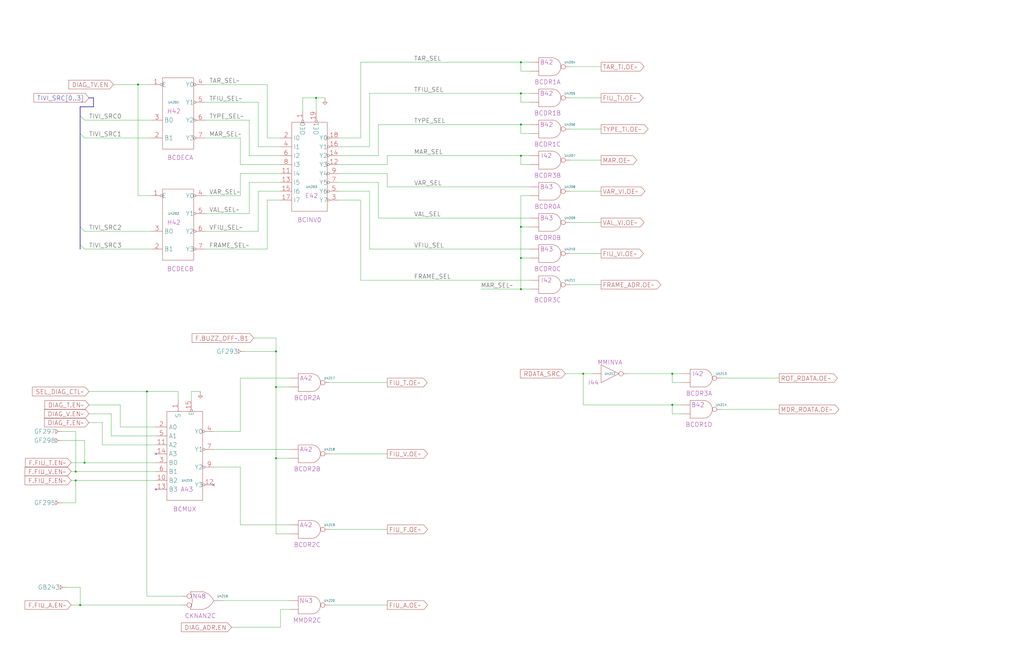
<source format=kicad_sch>
(kicad_sch (version 20211123) (generator eeschema)
  (paper "User" 584.2 378.46)
  (title_block (title "BUS CONTROL") (date "20-MAR-90") (rev "1.0") (comment 1 "FIU") (comment 2 "232-003065") (comment 3 "S400") (comment 4 "RELEASED"))
  (lib_symbols
    (symbol "r1000:F00" (pin_numbers hide) (pin_names hide)
      (property "Reference" "U" (at 15.24 0 0))
      (property "Value" "F00" (at 1.905 -5.08 0))
      (property "Location" "___" (at 1.905 0 0))
      (property "Name" "______" (at 2.54 -12.7 0))
      (symbol "F00_0_1"
        (polyline (pts (xy -2.54 -7.62) (xy 5.08 -7.62)) (stroke (width 0.1524)))
        (polyline (pts (xy -2.54 2.54) (xy -2.54 -7.62)) (stroke (width 0.1524)))
        (polyline (pts (xy -2.54 2.54) (xy 5.08 2.54)) (stroke (width 0.1524)))
        (arc (start 5.08 -7.62) (mid 10.1282 -2.54) (end 5.08 2.54) (stroke (width 0.1524)))
        (circle (center 11.43 -2.54) (radius 1.27) (stroke (width 0.1524)))
      )
      (symbol "F00_0_2"
        (circle (center -3.81 -5.08) (radius 1.27) (stroke (width 0.1524)))
        (circle (center -3.81 0) (radius 1.27) (stroke (width 0.1524)))
        (arc (start -3.175 -7.62) (mid -2.134 -2.54) (end -3.175 2.54) (stroke (width 0.1524)))
        (polyline (pts (xy -3.175 -7.62) (xy 3.81 -7.62)) (stroke (width 0.1524)))
        (polyline (pts (xy -3.175 2.54) (xy 3.81 2.54)) (stroke (width 0.1524)))
        (arc (start 3.81 -7.62) (mid 7.5855 -5.8306) (end 10.16 -2.54) (stroke (width 0.1524)))
        (arc (start 10.16 -2.54) (mid 7.5827 0.7471) (end 3.81 2.54) (stroke (width 0.1524)))
      )
      (symbol "F00_1_1"
        (pin input line (at -7.62 0 0) (length 5.08) (name "D0") (number "1"))
        (pin input line (at -7.62 -5.08 0) (length 5.08) (name "D1") (number "2"))
        (pin output line (at 15.24 -2.54 180) (length 2.54) (name "Q") (number "3"))
      )
      (symbol "F00_1_2"
        (pin input line (at -7.62 0 0) (length 2.54) (name "D0") (number "1"))
        (pin input line (at -7.62 -5.08 0) (length 2.54) (name "D1") (number "2"))
        (pin output line (at 15.24 -2.54 180) (length 5.08) (name "Q") (number "3"))
      )
    )
    (symbol "r1000:F04" (pin_numbers hide) (pin_names hide)
      (property "Reference" "U" (at 0 0 0))
      (property "Value" "F04" (at 1.27 -5.08 0))
      (property "Location" "___" (at -12.7 -5.08 0))
      (property "Name" "______" (at 0 5.08 0))
      (symbol "F04_0_1"
        (polyline (pts (xy -7.62 0) (xy -5.08 0)) (stroke (width 0.1524)))
        (polyline (pts (xy -5.08 5.08) (xy -5.08 -5.08)) (stroke (width 0.1524)))
        (polyline (pts (xy 5.08 0) (xy -5.08 -5.08)) (stroke (width 0.1524)))
        (polyline (pts (xy 5.08 0) (xy -5.08 5.08)) (stroke (width 0.1524)))
        (circle (center 6.35 0) (radius 1.27) (stroke (width 0.1524)))
      )
      (symbol "F04_1_1"
        (pin input line (at -10.16 0 0) (length 2.54) (name "D0") (number "1"))
        (pin output line (at 10.16 0 180) (length 2.54) (name "Q") (number "2"))
      )
    )
    (symbol "r1000:F139" (pin_names (offset 1.016))
      (property "Reference" "U" (at 2.54 5.08 0))
      (property "Value" "F139" (at -1.27 -20.32 0))
      (property "Location" "___" (at -1.27 0 0))
      (property "Name" "______" (at 6.35 -27.94 0))
      (symbol "F139_1_1"
        (circle (center -4.445 15.24) (radius 0.635))
        (rectangle (start -3.81 19.05) (end 13.97 -21.59))
        (circle (center 14.605 -15.24) (radius 0.635))
        (circle (center 14.605 -5.08) (radius 0.635))
        (circle (center 14.605 5.08) (radius 0.635))
        (circle (center 14.605 15.24) (radius 0.635))
        (pin input line (at -10.16 15.24 0) (length 5.08) (name "E") (number "1"))
        (pin input line (at -10.16 -15.24 0) (length 6.35) (name "B1") (number "2"))
        (pin input line (at -10.16 -5.08 0) (length 6.35) (name "B0") (number "3"))
        (pin output line (at 20.32 15.24 180) (length 5.08) (name "Y0") (number "4"))
        (pin output line (at 20.32 5.08 180) (length 5.08) (name "Y1") (number "5"))
        (pin output line (at 20.32 -5.08 180) (length 5.08) (name "Y2") (number "6"))
        (pin output line (at 20.32 -15.24 180) (length 5.08) (name "Y3") (number "7"))
      )
    )
    (symbol "r1000:F158" (pin_names (offset 1.016))
      (property "Reference" "U" (at 2.54 5.08 0))
      (property "Value" "F158" (at -3.81 -5.08 0))
      (property "Location" "___" (at -1.27 0 0))
      (property "Name" "______" (at 1.27 -12.7 0))
      (symbol "F158_1_1"
        (rectangle (start -8.89 44.45) (end 11.43 -6.35))
        (circle (center 5.08 45.085) (radius 0.635))
        (circle (center 12.065 2.54) (radius 0.635))
        (circle (center 12.065 12.7) (radius 0.635))
        (circle (center 12.065 22.86) (radius 0.635))
        (circle (center 12.065 33.02) (radius 0.635))
        (pin input line (at -2.54 50.8 270) (length 6.35) (name "S") (number "1"))
        (pin input line (at -15.24 5.08 0) (length 6.35) (name "B2") (number "10"))
        (pin input line (at -15.24 25.4 0) (length 6.35) (name "A2") (number "11"))
        (pin output line (at 17.78 2.54 180) (length 5.08) (name "Y3") (number "12"))
        (pin input line (at -15.24 0 0) (length 6.35) (name "B3") (number "13"))
        (pin input line (at -15.24 20.32 0) (length 6.35) (name "A3") (number "14"))
        (pin input line (at 5.08 50.8 270) (length 5.08) (name "E") (number "15"))
        (pin input line (at -15.24 35.56 0) (length 6.35) (name "A0") (number "2"))
        (pin input line (at -15.24 15.24 0) (length 6.35) (name "B0") (number "3"))
        (pin output line (at 17.78 33.02 180) (length 5.08) (name "Y0") (number "4"))
        (pin input line (at -15.24 30.48 0) (length 6.35) (name "A1") (number "5"))
        (pin input line (at -15.24 10.16 0) (length 6.35) (name "B1") (number "6"))
        (pin output line (at 17.78 22.86 180) (length 5.08) (name "Y1") (number "7"))
        (pin output line (at 17.78 12.7 180) (length 5.08) (name "Y2") (number "9"))
      )
    )
    (symbol "r1000:F240" (pin_names (offset 1.016))
      (property "Reference" "U" (at 2.54 5.08 0))
      (property "Value" "F240" (at -3.81 -7.62 0))
      (property "Location" "___" (at -1.27 0 0))
      (property "Name" "______" (at 1.27 -15.24 0))
      (symbol "F240_1_1"
        (rectangle (start -8.89 41.91) (end 11.43 -8.89))
        (circle (center -2.54 42.545) (radius 0.635))
        (circle (center 5.08 42.545) (radius 0.635))
        (circle (center 12.065 -2.54) (radius 0.635))
        (circle (center 12.065 2.54) (radius 0.635))
        (circle (center 12.065 7.62) (radius 0.635))
        (circle (center 12.065 12.7) (radius 0.635))
        (circle (center 12.065 17.78) (radius 0.635))
        (circle (center 12.065 22.86) (radius 0.635))
        (circle (center 12.065 27.94) (radius 0.635))
        (circle (center 12.065 33.02) (radius 0.635))
        (pin input line (at -2.54 48.26 270) (length 5.08) (name "OE0") (number "1"))
        (pin input line (at -15.24 12.7 0) (length 6.35) (name "I4") (number "11"))
        (pin tri_state line (at 17.78 17.78 180) (length 5.08) (name "Y3") (number "12"))
        (pin input line (at -15.24 7.62 0) (length 6.35) (name "I5") (number "13"))
        (pin tri_state line (at 17.78 22.86 180) (length 5.08) (name "Y2") (number "14"))
        (pin input line (at -15.24 2.54 0) (length 6.35) (name "I6") (number "15"))
        (pin tri_state line (at 17.78 27.94 180) (length 5.08) (name "Y1") (number "16"))
        (pin input line (at -15.24 -2.54 0) (length 6.35) (name "I7") (number "17"))
        (pin tri_state line (at 17.78 33.02 180) (length 5.08) (name "Y0") (number "18"))
        (pin input line (at 5.08 48.26 270) (length 5.08) (name "OE1") (number "19"))
        (pin input line (at -15.24 33.02 0) (length 6.35) (name "I0") (number "2"))
        (pin tri_state line (at 17.78 -2.54 180) (length 5.08) (name "Y7") (number "3"))
        (pin input line (at -15.24 27.94 0) (length 6.35) (name "I1") (number "4"))
        (pin tri_state line (at 17.78 2.54 180) (length 5.08) (name "Y6") (number "5"))
        (pin input line (at -15.24 22.86 0) (length 6.35) (name "I2") (number "6"))
        (pin tri_state line (at 17.78 7.62 180) (length 5.08) (name "Y5") (number "7"))
        (pin input line (at -15.24 17.78 0) (length 6.35) (name "I3") (number "8"))
        (pin tri_state line (at 17.78 12.7 180) (length 5.08) (name "Y4") (number "9"))
      )
    )
    (symbol "r1000:F37" (pin_numbers hide) (pin_names (offset 0) hide)
      (property "Reference" "U" (at 15.24 0 0))
      (property "Value" "F37" (at 1.905 -5.08 0))
      (property "Location" "___" (at 1.905 0 0))
      (property "Name" "______" (at 2.54 -12.7 0))
      (symbol "F37_0_1"
        (polyline (pts (xy -2.54 -7.62) (xy 5.08 -7.62)) (stroke (width 0.1524)))
        (polyline (pts (xy -2.54 2.54) (xy -2.54 -7.62)) (stroke (width 0.1524)))
        (polyline (pts (xy -2.54 2.54) (xy 5.08 2.54)) (stroke (width 0.1524)))
        (arc (start 5.08 -7.62) (mid 10.1282 -2.54) (end 5.08 2.54) (stroke (width 0.1524)))
        (circle (center 11.43 -2.54) (radius 1.27) (stroke (width 0.1524)))
      )
      (symbol "F37_0_2"
        (circle (center -3.81 -5.08) (radius 1.27) (stroke (width 0.1524)))
        (circle (center -3.81 0) (radius 1.27) (stroke (width 0.1524)))
        (arc (start -3.175 -7.62) (mid -2.134 -2.54) (end -3.175 2.54) (stroke (width 0.1524)))
        (polyline (pts (xy -3.175 -7.62) (xy 3.81 -7.62)) (stroke (width 0.1524)))
        (polyline (pts (xy -3.175 2.54) (xy 3.81 2.54)) (stroke (width 0.1524)))
        (arc (start 3.81 -7.62) (mid 7.5855 -5.8306) (end 10.16 -2.54) (stroke (width 0.1524)))
        (arc (start 10.16 -2.54) (mid 7.5827 0.7471) (end 3.81 2.54) (stroke (width 0.1524)))
      )
      (symbol "F37_1_1"
        (pin input line (at -7.62 0 0) (length 5.08) (name "D0") (number "1"))
        (pin input line (at -7.62 -5.08 0) (length 5.08) (name "D1") (number "2"))
        (pin output line (at 15.24 -2.54 180) (length 2.54) (name "Q") (number "3"))
      )
      (symbol "F37_1_2"
        (pin input line (at -7.62 0 0) (length 2.54) (name "D0") (number "1"))
        (pin input line (at -7.62 -5.08 0) (length 2.54) (name "D1") (number "2"))
        (pin output line (at 15.24 -2.54 180) (length 5.08) (name "Q") (number "3"))
      )
    )
    (symbol "r1000:GB" (pin_numbers hide) (pin_names (offset 0) hide)
      (property "Reference" "GB" (at 3.81 0 0))
      (symbol "GB_0_1"
        (polyline (pts (xy 2.54 0) (xy 3.81 1.27) (xy 3.81 -1.27) (xy 2.54 0)) (stroke (width 0.1524)))
      )
      (symbol "GB_1_1"
        (pin bidirectional line (at 0 0 0) (length 2.54) (name "") (number "1"))
      )
    )
    (symbol "r1000:GF" (pin_numbers hide) (pin_names (offset 0) hide)
      (property "Reference" "GF" (at 3.81 0 0))
      (symbol "GF_0_1"
        (polyline (pts (xy 2.54 0) (xy 3.81 1.27) (xy 3.81 -1.27) (xy 2.54 0)) (stroke (width 0.1524)))
      )
      (symbol "GF_1_1"
        (pin bidirectional line (at 0 0 0) (length 2.54) (name "") (number "1"))
      )
    )
    (symbol "r1000:PD" (power) (pin_numbers hide) (pin_names hide) (in_bom no)
      (symbol "PD_0_1"
        (polyline (pts (xy 0 -2.54) (xy 1.27 -2.54) (xy 0 -3.81) (xy -1.27 -2.54) (xy 0 -2.54)) (stroke (width 0.1524)))
      )
      (symbol "PD_1_1"
        (pin power_in line (at 0 0 270) (length 2.54) (name "PD") (number "1"))
      )
    )
  )
  (bus (pts (xy 45.72 129.54) (xy 45.72 139.7)))
  (bus (pts (xy 45.72 139.7) (xy 45.72 142.24)))
  (bus (pts (xy 45.72 60.96) (xy 45.72 66.04)))
  (bus (pts (xy 45.72 66.04) (xy 45.72 76.2)))
  (bus (pts (xy 45.72 76.2) (xy 45.72 129.54)))
  (bus (pts (xy 50.8 55.88) (xy 53.34 55.88)))
  (bus (pts (xy 53.34 55.88) (xy 53.34 60.96)))
  (bus (pts (xy 53.34 60.96) (xy 45.72 60.96)))
  (wire (pts (xy 101.6 223.52) (xy 83.82 223.52)))
  (wire (pts (xy 101.6 228.6) (xy 101.6 223.52)))
  (wire (pts (xy 104.14 340.36) (xy 83.82 340.36)))
  (wire (pts (xy 109.22 223.52) (xy 114.3 223.52)))
  (wire (pts (xy 109.22 228.6) (xy 109.22 223.52)))
  (wire (pts (xy 116.84 111.76) (xy 137.16 111.76)))
  (wire (pts (xy 116.84 121.92) (xy 142.24 121.92)))
  (wire (pts (xy 116.84 132.08) (xy 147.32 132.08)))
  (wire (pts (xy 116.84 142.24) (xy 152.4 142.24)))
  (wire (pts (xy 116.84 48.26) (xy 152.4 48.26)))
  (wire (pts (xy 116.84 58.42) (xy 147.32 58.42)))
  (wire (pts (xy 116.84 68.58) (xy 142.24 68.58)))
  (wire (pts (xy 116.84 78.74) (xy 137.16 78.74)))
  (wire (pts (xy 121.92 256.54) (xy 165.1 256.54)))
  (wire (pts (xy 127 342.9) (xy 165.1 342.9)))
  (wire (pts (xy 137.16 111.76) (xy 137.16 99.06)))
  (wire (pts (xy 137.16 215.9) (xy 137.16 246.38)))
  (wire (pts (xy 137.16 246.38) (xy 121.92 246.38)))
  (wire (pts (xy 137.16 266.7) (xy 121.92 266.7)))
  (wire (pts (xy 137.16 299.72) (xy 137.16 266.7)))
  (wire (pts (xy 137.16 78.74) (xy 137.16 93.98)))
  (wire (pts (xy 137.16 93.98) (xy 160.02 93.98)))
  (wire (pts (xy 137.16 99.06) (xy 160.02 99.06)))
  (wire (pts (xy 139.7 200.66) (xy 157.48 200.66)))
  (wire (pts (xy 142.24 104.14) (xy 160.02 104.14)))
  (wire (pts (xy 142.24 121.92) (xy 142.24 104.14)))
  (wire (pts (xy 142.24 68.58) (xy 142.24 88.9)))
  (wire (pts (xy 142.24 88.9) (xy 160.02 88.9)))
  (wire (pts (xy 144.78 193.04) (xy 157.48 193.04)))
  (wire (pts (xy 147.32 109.22) (xy 160.02 109.22)))
  (wire (pts (xy 147.32 132.08) (xy 147.32 109.22)))
  (wire (pts (xy 147.32 58.42) (xy 147.32 83.82)))
  (wire (pts (xy 147.32 83.82) (xy 160.02 83.82)))
  (wire (pts (xy 152.4 114.3) (xy 160.02 114.3)))
  (wire (pts (xy 152.4 142.24) (xy 152.4 114.3)))
  (wire (pts (xy 152.4 48.26) (xy 152.4 78.74)))
  (wire (pts (xy 152.4 78.74) (xy 160.02 78.74)))
  (wire (pts (xy 157.48 200.66) (xy 157.48 193.04)))
  (wire (pts (xy 157.48 220.98) (xy 157.48 200.66)))
  (wire (pts (xy 157.48 220.98) (xy 165.1 220.98)))
  (wire (pts (xy 157.48 261.62) (xy 157.48 220.98)))
  (wire (pts (xy 157.48 261.62) (xy 165.1 261.62)))
  (wire (pts (xy 157.48 304.8) (xy 157.48 261.62)))
  (wire (pts (xy 160.02 347.98) (xy 160.02 358.14)))
  (wire (pts (xy 160.02 358.14) (xy 132.08 358.14)))
  (wire (pts (xy 165.1 215.9) (xy 137.16 215.9)))
  (wire (pts (xy 165.1 299.72) (xy 137.16 299.72)))
  (wire (pts (xy 165.1 304.8) (xy 157.48 304.8)))
  (wire (pts (xy 165.1 347.98) (xy 160.02 347.98)))
  (wire (pts (xy 172.72 55.88) (xy 180.34 55.88)))
  (wire (pts (xy 172.72 63.5) (xy 172.72 55.88)))
  (wire (pts (xy 180.34 55.88) (xy 185.42 55.88)))
  (wire (pts (xy 180.34 63.5) (xy 180.34 55.88)))
  (wire (pts (xy 187.96 218.44) (xy 220.98 218.44)))
  (wire (pts (xy 187.96 259.08) (xy 220.98 259.08)))
  (wire (pts (xy 187.96 302.26) (xy 220.98 302.26)))
  (wire (pts (xy 187.96 345.44) (xy 220.98 345.44)))
  (wire (pts (xy 193.04 104.14) (xy 215.9 104.14)))
  (wire (pts (xy 193.04 109.22) (xy 210.82 109.22)))
  (wire (pts (xy 193.04 114.3) (xy 205.74 114.3)))
  (wire (pts (xy 193.04 78.74) (xy 205.74 78.74)))
  (wire (pts (xy 193.04 83.82) (xy 210.82 83.82)))
  (wire (pts (xy 193.04 88.9) (xy 215.9 88.9)))
  (wire (pts (xy 193.04 93.98) (xy 220.98 93.98)))
  (wire (pts (xy 193.04 99.06) (xy 220.98 99.06)))
  (wire (pts (xy 205.74 114.3) (xy 205.74 160.02)))
  (wire (pts (xy 205.74 160.02) (xy 302.26 160.02)))
  (wire (pts (xy 205.74 35.56) (xy 297.18 35.56)))
  (wire (pts (xy 205.74 78.74) (xy 205.74 35.56)))
  (wire (pts (xy 210.82 109.22) (xy 210.82 142.24)))
  (wire (pts (xy 210.82 142.24) (xy 302.26 142.24)))
  (wire (pts (xy 210.82 53.34) (xy 297.18 53.34)))
  (wire (pts (xy 210.82 83.82) (xy 210.82 53.34)))
  (wire (pts (xy 215.9 104.14) (xy 215.9 124.46)))
  (wire (pts (xy 215.9 124.46) (xy 302.26 124.46)))
  (wire (pts (xy 215.9 71.12) (xy 297.18 71.12)))
  (wire (pts (xy 215.9 88.9) (xy 215.9 71.12)))
  (wire (pts (xy 220.98 106.68) (xy 302.26 106.68)))
  (wire (pts (xy 220.98 88.9) (xy 297.18 88.9)))
  (wire (pts (xy 220.98 93.98) (xy 220.98 88.9)))
  (wire (pts (xy 220.98 99.06) (xy 220.98 106.68)))
  (wire (pts (xy 274.32 165.1) (xy 297.18 165.1)))
  (wire (pts (xy 297.18 111.76) (xy 297.18 129.54)))
  (wire (pts (xy 297.18 129.54) (xy 297.18 147.32)))
  (wire (pts (xy 297.18 129.54) (xy 302.26 129.54)))
  (wire (pts (xy 297.18 147.32) (xy 297.18 165.1)))
  (wire (pts (xy 297.18 147.32) (xy 302.26 147.32)))
  (wire (pts (xy 297.18 165.1) (xy 302.26 165.1)))
  (wire (pts (xy 297.18 35.56) (xy 302.26 35.56)))
  (wire (pts (xy 297.18 40.64) (xy 297.18 35.56)))
  (wire (pts (xy 297.18 53.34) (xy 302.26 53.34)))
  (wire (pts (xy 297.18 58.42) (xy 297.18 53.34)))
  (wire (pts (xy 297.18 71.12) (xy 302.26 71.12)))
  (wire (pts (xy 297.18 76.2) (xy 297.18 71.12)))
  (wire (pts (xy 297.18 88.9) (xy 302.26 88.9)))
  (wire (pts (xy 297.18 93.98) (xy 297.18 88.9)))
  (wire (pts (xy 302.26 111.76) (xy 297.18 111.76)))
  (wire (pts (xy 302.26 40.64) (xy 297.18 40.64)))
  (wire (pts (xy 302.26 58.42) (xy 297.18 58.42)))
  (wire (pts (xy 302.26 76.2) (xy 297.18 76.2)))
  (wire (pts (xy 302.26 93.98) (xy 297.18 93.98)))
  (wire (pts (xy 322.58 213.36) (xy 332.74 213.36)))
  (wire (pts (xy 325.12 109.22) (xy 342.9 109.22)))
  (wire (pts (xy 325.12 127) (xy 342.9 127)))
  (wire (pts (xy 325.12 144.78) (xy 342.9 144.78)))
  (wire (pts (xy 325.12 162.56) (xy 342.9 162.56)))
  (wire (pts (xy 325.12 38.1) (xy 342.9 38.1)))
  (wire (pts (xy 325.12 55.88) (xy 342.9 55.88)))
  (wire (pts (xy 325.12 73.66) (xy 342.9 73.66)))
  (wire (pts (xy 325.12 91.44) (xy 342.9 91.44)))
  (wire (pts (xy 332.74 213.36) (xy 337.82 213.36)))
  (wire (pts (xy 332.74 231.14) (xy 332.74 213.36)))
  (wire (pts (xy 35.56 246.38) (xy 43.18 246.38)))
  (wire (pts (xy 35.56 251.46) (xy 48.26 251.46)))
  (wire (pts (xy 35.56 287.02) (xy 43.18 287.02)))
  (wire (pts (xy 358.14 213.36) (xy 383.54 213.36)))
  (wire (pts (xy 38.1 335.28) (xy 45.72 335.28)))
  (wire (pts (xy 383.54 213.36) (xy 388.62 213.36)))
  (wire (pts (xy 383.54 218.44) (xy 383.54 213.36)))
  (wire (pts (xy 383.54 231.14) (xy 332.74 231.14)))
  (wire (pts (xy 383.54 236.22) (xy 383.54 231.14)))
  (wire (pts (xy 388.62 218.44) (xy 383.54 218.44)))
  (wire (pts (xy 388.62 231.14) (xy 383.54 231.14)))
  (wire (pts (xy 388.62 236.22) (xy 383.54 236.22)))
  (wire (pts (xy 40.64 264.16) (xy 48.26 264.16)))
  (wire (pts (xy 40.64 269.24) (xy 43.18 269.24)))
  (wire (pts (xy 40.64 274.32) (xy 43.18 274.32)))
  (wire (pts (xy 40.64 345.44) (xy 45.72 345.44)))
  (wire (pts (xy 411.48 215.9) (xy 444.5 215.9)))
  (wire (pts (xy 411.48 233.68) (xy 444.5 233.68)))
  (wire (pts (xy 43.18 246.38) (xy 43.18 269.24)))
  (wire (pts (xy 43.18 269.24) (xy 88.9 269.24)))
  (wire (pts (xy 43.18 274.32) (xy 88.9 274.32)))
  (wire (pts (xy 43.18 287.02) (xy 43.18 274.32)))
  (wire (pts (xy 45.72 335.28) (xy 45.72 345.44)))
  (wire (pts (xy 45.72 345.44) (xy 104.14 345.44)))
  (wire (pts (xy 48.26 132.08) (xy 86.36 132.08)))
  (wire (pts (xy 48.26 142.24) (xy 86.36 142.24)))
  (wire (pts (xy 48.26 251.46) (xy 48.26 264.16)))
  (wire (pts (xy 48.26 264.16) (xy 88.9 264.16)))
  (wire (pts (xy 48.26 68.58) (xy 86.36 68.58)))
  (wire (pts (xy 48.26 78.74) (xy 86.36 78.74)))
  (wire (pts (xy 50.8 236.22) (xy 63.5 236.22)))
  (wire (pts (xy 58.42 241.3) (xy 50.8 241.3)))
  (wire (pts (xy 58.42 254) (xy 58.42 241.3)))
  (wire (pts (xy 63.5 248.92) (xy 63.5 236.22)))
  (wire (pts (xy 64.77 48.26) (xy 78.74 48.26)))
  (wire (pts (xy 68.58 231.14) (xy 50.8 231.14)))
  (wire (pts (xy 68.58 243.84) (xy 68.58 231.14)))
  (wire (pts (xy 78.74 111.76) (xy 78.74 48.26)))
  (wire (pts (xy 78.74 48.26) (xy 86.36 48.26)))
  (wire (pts (xy 83.82 223.52) (xy 50.8 223.52)))
  (wire (pts (xy 83.82 340.36) (xy 83.82 223.52)))
  (wire (pts (xy 86.36 111.76) (xy 78.74 111.76)))
  (wire (pts (xy 88.9 243.84) (xy 68.58 243.84)))
  (wire (pts (xy 88.9 248.92) (xy 63.5 248.92)))
  (wire (pts (xy 88.9 254) (xy 58.42 254)))
  (symbol (lib_id "r1000:GF") (at 35.56 246.38 0) (mirror y) (unit 1)
    (property "Reference" "GF297" (at 31.75 246.38 0) (effects (font (size 2.54 2.54)) (justify left)))
  )
  (symbol (lib_id "r1000:GF") (at 35.56 251.46 0) (mirror y) (unit 1)
    (property "Reference" "GF298" (at 31.75 251.46 0) (effects (font (size 2.54 2.54)) (justify left)))
  )
  (symbol (lib_id "r1000:GF") (at 35.56 287.02 0) (mirror y) (unit 1)
    (property "Reference" "GF295" (at 31.75 287.02 0) (effects (font (size 2.54 2.54)) (justify left)))
  )
  (symbol (lib_id "r1000:GB") (at 38.1 335.28 0) (mirror y) (unit 1)
    (property "Reference" "GB243" (at 34.29 335.28 0) (effects (font (size 2.54 2.54)) (justify left)))
  )
  (global_label "F.FIU_T.EN~" (shape input) (at 40.64 264.16 180) (effects (font (size 2.54 2.54))) (property "Intersheet References" "${INTERSHEET_REFS}" (at 14.5264 264.0013 0) (effects (font (size 2.54 2.54)) (justify right))))
  (global_label "F.FIU_V.EN~" (shape input) (at 40.64 269.24 180) (effects (font (size 2.54 2.54))) (property "Intersheet References" "${INTERSHEET_REFS}" (at 14.2845 269.0813 0) (effects (font (size 2.54 2.54)) (justify right))))
  (global_label "F.FIU_F.EN~" (shape input) (at 40.64 274.32 180) (effects (font (size 2.54 2.54))) (property "Intersheet References" "${INTERSHEET_REFS}" (at 14.2845 274.1613 0) (effects (font (size 2.54 2.54)) (justify right))))
  (global_label "F.FIU_A.EN~" (shape input) (at 40.64 345.44 180) (effects (font (size 2.54 2.54))) (property "Intersheet References" "${INTERSHEET_REFS}" (at 14.2845 345.2813 0) (effects (font (size 2.54 2.54)) (justify right))))
  (junction (at 43.18 269.24))
  (junction (at 43.18 274.32))
  (bus_entry (at 45.72 66.04) (size 2.54 2.54))
  (bus_entry (at 45.72 76.2) (size 2.54 2.54))
  (bus_entry (at 45.72 129.54) (size 2.54 2.54))
  (bus_entry (at 45.72 139.7) (size 2.54 2.54))
  (junction (at 45.72 345.44))
  (junction (at 48.26 264.16))
  (global_label "TIVI_SRC[0..3]" (shape input) (at 50.8 55.88 180) (effects (font (size 2.54 2.54))) (property "Intersheet References" "${INTERSHEET_REFS}" (at 19.3645 55.7213 0) (effects (font (size 2.54 2.54)) (justify right))))
  (label "TIVI_SRC0" (at 50.8 68.58 0) (effects (font (size 2.54 2.54))))
  (label "TIVI_SRC1" (at 50.8 78.74 0) (effects (font (size 2.54 2.54))))
  (label "TIVI_SRC2" (at 50.8 132.08 0) (effects (font (size 2.54 2.54))))
  (label "TIVI_SRC3" (at 50.8 142.24 0) (effects (font (size 2.54 2.54))))
  (global_label "SEL_DIAG_CTL~" (shape input) (at 50.8 223.52 180) (effects (font (size 2.54 2.54))) (property "Intersheet References" "${INTERSHEET_REFS}" (at 18.5178 223.3613 0) (effects (font (size 2.54 2.54)) (justify right))))
  (global_label "DIAG_T.EN~" (shape input) (at 50.8 231.14 180) (effects (font (size 2.54 2.54))) (property "Intersheet References" "${INTERSHEET_REFS}" (at 25.654 230.9813 0) (effects (font (size 2.54 2.54)) (justify right))))
  (global_label "DIAG_V.EN~" (shape input) (at 50.8 236.22 180) (effects (font (size 2.54 2.54))) (property "Intersheet References" "${INTERSHEET_REFS}" (at 25.4121 236.0613 0) (effects (font (size 2.54 2.54)) (justify right))))
  (global_label "DIAG_F.EN~" (shape input) (at 50.8 241.3 180) (effects (font (size 2.54 2.54))) (property "Intersheet References" "${INTERSHEET_REFS}" (at 25.4121 241.1413 0) (effects (font (size 2.54 2.54)) (justify right))))
  (global_label "DIAG_TV.EN" (shape input) (at 64.77 48.26 180) (effects (font (size 2.54 2.54))) (property "Intersheet References" "${INTERSHEET_REFS}" (at 39.2611 48.1013 0) (effects (font (size 2.54 2.54)) (justify right))))
  (junction (at 78.74 48.26))
  (junction (at 83.82 223.52))
  (no_connect (at 88.9 259.08))
  (no_connect (at 88.9 279.4))
  (symbol (lib_id "r1000:F139") (at 96.52 63.5 0) (unit 1)
    (property "Reference" "U4201" (at 99.06 58.42 0))
    (property "Location" "H42" (at 95.25 63.5 0) (effects (font (size 2.54 2.54)) (justify left)))
    (property "Name" "BCDECA" (at 102.87 91.44 0) (effects (font (size 2.54 2.54)) (justify bottom)))
  )
  (symbol (lib_id "r1000:F139") (at 96.52 127 0) (unit 1)
    (property "Reference" "U4202" (at 99.06 121.92 0))
    (property "Location" "H42" (at 95.25 127 0) (effects (font (size 2.54 2.54)) (justify left)))
    (property "Name" "BCDECB" (at 102.87 154.94 0) (effects (font (size 2.54 2.54)) (justify bottom)))
  )
  (symbol (lib_id "r1000:F158") (at 104.14 279.4 0) (unit 1)
    (property "Reference" "U4215" (at 106.68 274.32 0))
    (property "Location" "A43" (at 102.87 279.4 0) (effects (font (size 2.54 2.54)) (justify left)))
    (property "Name" "BCMUX" (at 105.41 292.1 0) (effects (font (size 2.54 2.54)) (justify bottom)))
  )
  (symbol (lib_id "r1000:F00") (at 111.76 340.36 0) (unit 1) (convert 2)
    (property "Reference" "U4216" (at 127 340.36 0))
    (property "Location" "N48" (at 113.665 340.36 0) (effects (font (size 2.54 2.54))))
    (property "Name" "CKNAN2C" (at 114.3 353.06 0) (effects (font (size 2.54 2.54)) (justify bottom)))
  )
  (symbol (lib_id "r1000:PD") (at 114.3 223.52 0) (unit 1) (in_bom no)
    (property "Reference" "#PWR04202" (effects hide))
  )
  (label "TAR_SEL~" (at 119.38 48.26 0) (effects (font (size 2.54 2.54))))
  (label "TFIU_SEL~" (at 119.38 58.42 0) (effects (font (size 2.54 2.54))))
  (label "TYPE_SEL~" (at 119.38 68.58 0) (effects (font (size 2.54 2.54))))
  (label "MAR_SEL~" (at 119.38 78.74 0) (effects (font (size 2.54 2.54))))
  (label "VAR_SEL~" (at 119.38 111.76 0) (effects (font (size 2.54 2.54))))
  (label "VAL_SEL~" (at 119.38 121.92 0) (effects (font (size 2.54 2.54))))
  (label "VFIU_SEL~" (at 119.38 132.08 0) (effects (font (size 2.54 2.54))))
  (label "FRAME_SEL~" (at 119.38 142.24 0) (effects (font (size 2.54 2.54))))
  (no_connect (at 121.92 276.86))
  (global_label "DIAG_ADR.EN" (shape input) (at 132.08 358.14 180) (effects (font (size 2.54 2.54))) (property "Intersheet References" "${INTERSHEET_REFS}" (at 103.4264 357.9813 0) (effects (font (size 2.54 2.54)) (justify right))))
  (symbol (lib_id "r1000:GF") (at 139.7 200.66 0) (mirror y) (unit 1)
    (property "Reference" "GF293" (at 135.89 200.66 0) (effects (font (size 2.54 2.54)) (justify left)))
  )
  (global_label "F.BUZZ_OFF~.B1" (shape input) (at 144.78 193.04 180) (effects (font (size 2.54 2.54))) (property "Intersheet References" "${INTERSHEET_REFS}" (at 109.595 192.8813 0) (effects (font (size 2.54 2.54)) (justify right))))
  (junction (at 157.48 200.66))
  (junction (at 157.48 220.98))
  (junction (at 157.48 261.62))
  (symbol (lib_id "r1000:F37") (at 172.72 215.9 0) (unit 1)
    (property "Reference" "U4217" (at 187.96 215.9 0))
    (property "Location" "A42" (at 174.625 215.9 0) (effects (font (size 2.54 2.54))))
    (property "Name" "BCDR2A" (at 175.26 228.6 0) (effects (font (size 2.54 2.54)) (justify bottom)))
  )
  (symbol (lib_id "r1000:F37") (at 172.72 256.54 0) (unit 1)
    (property "Reference" "U4218" (at 187.96 256.54 0))
    (property "Location" "A42" (at 174.625 256.54 0) (effects (font (size 2.54 2.54))))
    (property "Name" "BCDR2B" (at 175.26 269.24 0) (effects (font (size 2.54 2.54)) (justify bottom)))
  )
  (symbol (lib_id "r1000:F37") (at 172.72 299.72 0) (unit 1)
    (property "Reference" "U4219" (at 187.96 299.72 0))
    (property "Location" "A42" (at 174.625 299.72 0) (effects (font (size 2.54 2.54))))
    (property "Name" "BCDR2C" (at 175.26 312.42 0) (effects (font (size 2.54 2.54)) (justify bottom)))
  )
  (symbol (lib_id "r1000:F37") (at 172.72 342.9 0) (unit 1)
    (property "Reference" "U4220" (at 187.96 342.9 0))
    (property "Location" "N43" (at 174.625 342.9 0) (effects (font (size 2.54 2.54))))
    (property "Name" "MMDR2C" (at 175.26 355.6 0) (effects (font (size 2.54 2.54)) (justify bottom)))
  )
  (symbol (lib_id "r1000:F240") (at 175.26 111.76 0) (unit 1)
    (property "Reference" "U4203" (at 177.8 106.68 0))
    (property "Location" "E42" (at 173.99 111.76 0) (effects (font (size 2.54 2.54)) (justify left)))
    (property "Name" "BCINV0" (at 176.53 127 0) (effects (font (size 2.54 2.54)) (justify bottom)))
  )
  (junction (at 180.34 55.88))
  (symbol (lib_id "r1000:PD") (at 185.42 55.88 0) (unit 1) (in_bom no)
    (property "Reference" "#PWR04201" (effects hide))
  )
  (global_label "FIU_T.OE~" (shape output) (at 220.98 218.44 0) (effects (font (size 2.54 2.54))) (property "Intersheet References" "${INTERSHEET_REFS}" (at 243.707 218.2813 0) (effects (font (size 2.54 2.54)) (justify left))))
  (global_label "FIU_V.OE~" (shape output) (at 220.98 259.08 0) (effects (font (size 2.54 2.54))) (property "Intersheet References" "${INTERSHEET_REFS}" (at 243.9489 258.9213 0) (effects (font (size 2.54 2.54)) (justify left))))
  (global_label "FIU_F.OE~" (shape output) (at 220.98 302.26 0) (effects (font (size 2.54 2.54))) (property "Intersheet References" "${INTERSHEET_REFS}" (at 243.9489 302.1013 0) (effects (font (size 2.54 2.54)) (justify left))))
  (global_label "FIU_A.OE~" (shape output) (at 220.98 345.44 0) (effects (font (size 2.54 2.54))) (property "Intersheet References" "${INTERSHEET_REFS}" (at 243.9489 345.2813 0) (effects (font (size 2.54 2.54)) (justify left))))
  (label "TAR_SEL" (at 236.22 35.56 0) (effects (font (size 2.54 2.54))))
  (label "TFIU_SEL" (at 236.22 53.34 0) (effects (font (size 2.54 2.54))))
  (label "TYPE_SEL" (at 236.22 71.12 0) (effects (font (size 2.54 2.54))))
  (label "MAR_SEL" (at 236.22 88.9 0) (effects (font (size 2.54 2.54))))
  (label "VAR_SEL" (at 236.22 106.68 0) (effects (font (size 2.54 2.54))))
  (label "VAL_SEL" (at 236.22 124.46 0) (effects (font (size 2.54 2.54))))
  (label "VFIU_SEL" (at 236.22 142.24 0) (effects (font (size 2.54 2.54))))
  (label "FRAME_SEL" (at 236.22 160.02 0) (effects (font (size 2.54 2.54))))
  (label "MAR_SEL~" (at 274.32 165.1 0) (effects (font (size 2.54 2.54))))
  (junction (at 297.18 35.56))
  (junction (at 297.18 53.34))
  (junction (at 297.18 71.12))
  (junction (at 297.18 88.9))
  (junction (at 297.18 129.54))
  (junction (at 297.18 147.32))
  (junction (at 297.18 165.1))
  (symbol (lib_id "r1000:F37") (at 309.88 35.56 0) (unit 1)
    (property "Reference" "U4204" (at 325.12 35.56 0))
    (property "Location" "B42" (at 311.785 35.56 0) (effects (font (size 2.54 2.54))))
    (property "Name" "BCDR1A" (at 312.42 48.26 0) (effects (font (size 2.54 2.54)) (justify bottom)))
  )
  (symbol (lib_id "r1000:F37") (at 309.88 53.34 0) (unit 1)
    (property "Reference" "U4205" (at 325.12 53.34 0))
    (property "Location" "B42" (at 311.785 53.34 0) (effects (font (size 2.54 2.54))))
    (property "Name" "BCDR1B" (at 312.42 66.04 0) (effects (font (size 2.54 2.54)) (justify bottom)))
  )
  (symbol (lib_id "r1000:F37") (at 309.88 71.12 0) (unit 1)
    (property "Reference" "U4206" (at 325.12 71.12 0))
    (property "Location" "B42" (at 311.785 71.12 0) (effects (font (size 2.54 2.54))))
    (property "Name" "BCDR1C" (at 312.42 83.82 0) (effects (font (size 2.54 2.54)) (justify bottom)))
  )
  (symbol (lib_id "r1000:F37") (at 309.88 88.9 0) (unit 1)
    (property "Reference" "U4207" (at 325.12 88.9 0))
    (property "Location" "I42" (at 311.785 88.9 0) (effects (font (size 2.54 2.54))))
    (property "Name" "BCDR3B" (at 312.42 101.6 0) (effects (font (size 2.54 2.54)) (justify bottom)))
  )
  (symbol (lib_id "r1000:F37") (at 309.88 106.68 0) (unit 1)
    (property "Reference" "U4208" (at 325.12 106.68 0))
    (property "Location" "B43" (at 311.785 106.68 0) (effects (font (size 2.54 2.54))))
    (property "Name" "BCDR0A" (at 312.42 119.38 0) (effects (font (size 2.54 2.54)) (justify bottom)))
  )
  (symbol (lib_id "r1000:F37") (at 309.88 124.46 0) (unit 1)
    (property "Reference" "U4209" (at 325.12 124.46 0))
    (property "Location" "B43" (at 311.785 124.46 0) (effects (font (size 2.54 2.54))))
    (property "Name" "BCDR0B" (at 312.42 137.16 0) (effects (font (size 2.54 2.54)) (justify bottom)))
  )
  (symbol (lib_id "r1000:F37") (at 309.88 142.24 0) (unit 1)
    (property "Reference" "U4210" (at 325.12 142.24 0))
    (property "Location" "B43" (at 311.785 142.24 0) (effects (font (size 2.54 2.54))))
    (property "Name" "BCDR0C" (at 312.42 154.94 0) (effects (font (size 2.54 2.54)) (justify bottom)))
  )
  (symbol (lib_id "r1000:F37") (at 309.88 160.02 0) (unit 1)
    (property "Reference" "U4211" (at 325.12 160.02 0))
    (property "Location" "I42" (at 311.785 160.02 0) (effects (font (size 2.54 2.54))))
    (property "Name" "BCDR3C" (at 312.42 172.72 0) (effects (font (size 2.54 2.54)) (justify bottom)))
  )
  (global_label "RDATA_SRC" (shape input) (at 322.58 213.36 180) (effects (font (size 2.54 2.54))) (property "Intersheet References" "${INTERSHEET_REFS}" (at 296.9502 213.2013 0) (effects (font (size 2.54 2.54)) (justify right))))
  (junction (at 332.74 213.36))
  (global_label "TAR_TI.OE~" (shape output) (at 342.9 38.1 0) (effects (font (size 2.54 2.54))) (property "Intersheet References" "${INTERSHEET_REFS}" (at 367.4412 37.9413 0) (effects (font (size 2.54 2.54)) (justify left))))
  (global_label "FIU_TI.OE~" (shape output) (at 342.9 55.88 0) (effects (font (size 2.54 2.54))) (property "Intersheet References" "${INTERSHEET_REFS}" (at 366.8365 55.7213 0) (effects (font (size 2.54 2.54)) (justify left))))
  (global_label "TYPE_TI.OE~" (shape output) (at 342.9 73.66 0) (effects (font (size 2.54 2.54))) (property "Intersheet References" "${INTERSHEET_REFS}" (at 369.7393 73.5013 0) (effects (font (size 2.54 2.54)) (justify left))))
  (global_label "MAR.OE~" (shape output) (at 342.9 91.44 0) (effects (font (size 2.54 2.54))) (property "Intersheet References" "${INTERSHEET_REFS}" (at 363.3289 91.2813 0) (effects (font (size 2.54 2.54)) (justify left))))
  (global_label "VAR_VI.OE~" (shape output) (at 342.9 109.22 0) (effects (font (size 2.54 2.54))) (property "Intersheet References" "${INTERSHEET_REFS}" (at 367.925 109.0613 0) (effects (font (size 2.54 2.54)) (justify left))))
  (global_label "VAL_VI.OE~" (shape output) (at 342.9 127 0) (effects (font (size 2.54 2.54))) (property "Intersheet References" "${INTERSHEET_REFS}" (at 367.4412 126.8413 0) (effects (font (size 2.54 2.54)) (justify left))))
  (global_label "FIU_VI.OE~" (shape output) (at 342.9 144.78 0) (effects (font (size 2.54 2.54))) (property "Intersheet References" "${INTERSHEET_REFS}" (at 367.0784 144.6213 0) (effects (font (size 2.54 2.54)) (justify left))))
  (global_label "FRAME_ADR.OE~" (shape output) (at 342.9 162.56 0) (effects (font (size 2.54 2.54))) (property "Intersheet References" "${INTERSHEET_REFS}" (at 376.9965 162.4013 0) (effects (font (size 2.54 2.54)) (justify left))))
  (symbol (lib_id "r1000:F04") (at 347.98 213.36 0) (unit 1)
    (property "Reference" "U4212" (at 347.98 213.36 0))
    (property "Location" "I44" (at 335.28 218.44 0) (effects (font (size 2.54 2.54)) (justify left)))
    (property "Name" "MMINVA" (at 347.98 208.28 0) (effects (font (size 2.54 2.54)) (justify bottom)))
  )
  (junction (at 383.54 213.36))
  (junction (at 383.54 231.14))
  (symbol (lib_id "r1000:F37") (at 396.24 213.36 0) (unit 1)
    (property "Reference" "U4213" (at 411.48 213.36 0))
    (property "Location" "I42" (at 398.145 213.36 0) (effects (font (size 2.54 2.54))))
    (property "Name" "BCDR3A" (at 398.78 226.06 0) (effects (font (size 2.54 2.54)) (justify bottom)))
  )
  (symbol (lib_id "r1000:F37") (at 396.24 231.14 0) (unit 1)
    (property "Reference" "U4214" (at 411.48 231.14 0))
    (property "Location" "B42" (at 398.145 231.14 0) (effects (font (size 2.54 2.54))))
    (property "Name" "BCDR1D" (at 398.78 243.84 0) (effects (font (size 2.54 2.54)) (justify bottom)))
  )
  (global_label "ROT_RDATA.OE~" (shape output) (at 444.5 215.9 0) (effects (font (size 2.54 2.54))) (property "Intersheet References" "${INTERSHEET_REFS}" (at 477.7498 215.7413 0) (effects (font (size 2.54 2.54)) (justify left))))
  (global_label "MDR_RDATA.OE~" (shape output) (at 444.5 233.68 0) (effects (font (size 2.54 2.54))) (property "Intersheet References" "${INTERSHEET_REFS}" (at 478.5965 233.5213 0) (effects (font (size 2.54 2.54)) (justify left))))
)
</source>
